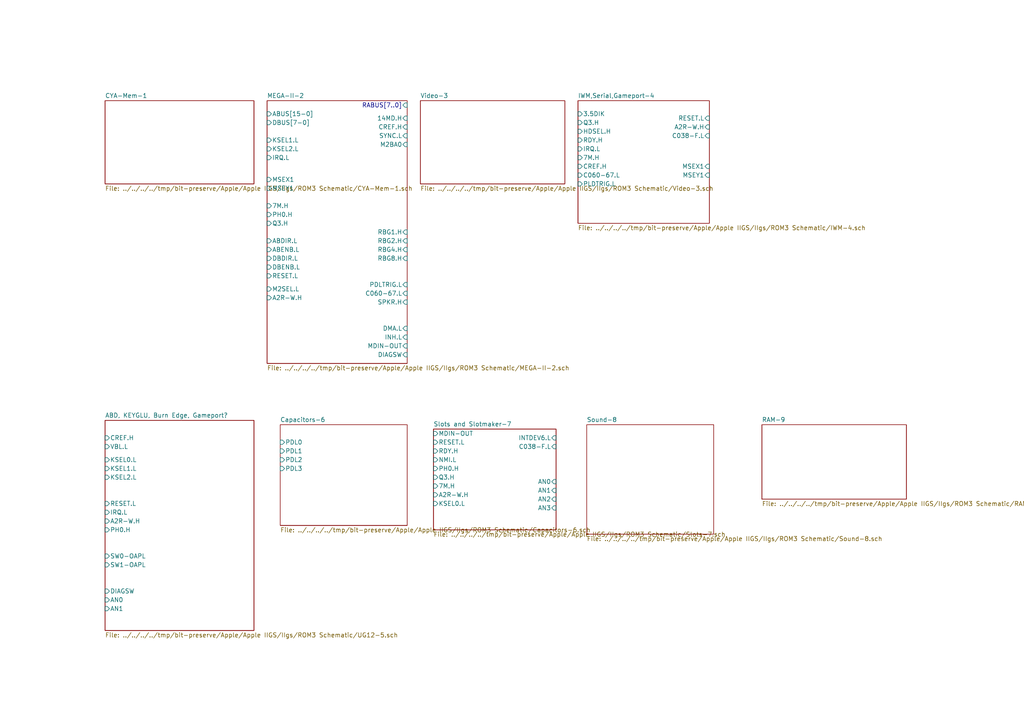
<source format=kicad_sch>
(kicad_sch (version 20230121) (generator eeschema)
  (paper "A4")
  (title_block (rev "2"))
  (lib_symbols)
  (sheet (at 30.48 29.21) (size 43.18 24.13)
    (property "Sheetname" "CYA-Mem-1" (at 30.48 28.4984 0) (effects (justify left bottom)))
    (property "Sheetfile" "../../../../tmp/bit-preserve/Apple/Apple IIGS/IIgs/ROM3 Schematic/CYA-Mem-1.sch" (at 30.48 53.9246 0) (effects (justify left top)))
  )
  (sheet (at 77.47 29.21) (size 40.64 76.2)
    (property "Sheetname" "MEGA-II-2" (at 77.47 28.4984 0) (effects (justify left bottom)))
    (property "Sheetfile" "../../../../tmp/bit-preserve/Apple/Apple IIGS/IIgs/ROM3 Schematic/MEGA-II-2.sch" (at 77.47 105.9946 0) (effects (justify left top)))
    (pin "PDLTRIG.L" input (at 118.11 82.55 0))
    (pin "C060-67.L" input (at 118.11 85.09 0))
    (pin "SPKR.H" input (at 118.11 87.63 0))
    (pin "KSEL1.L" input (at 77.47 40.64 180))
    (pin "KSEL2.L" input (at 77.47 43.18 180))
    (pin "IRQ.L" input (at 77.47 45.72 180))
    (pin "MSEX1" input (at 77.47 52.07 180))
    (pin "MSEY1" input (at 77.47 54.61 180))
    (pin "DIAGSW" input (at 118.11 102.87 0))
    (pin "RESET.L" input (at 77.47 80.01 180))
    (pin "MDIN-OUT" input (at 118.11 100.33 0))
    (pin "DMA.L" input (at 118.11 95.25 0))
    (pin "M2SEL.L" input (at 77.47 83.82 180))
    (pin "M2BA0" input (at 118.11 41.91 0))
    (pin "INH.L" input (at 118.11 97.79 0))
    (pin "A2R-W.H" input (at 77.47 86.36 180))
    (pin "SYNC.L" input (at 118.11 39.37 0))
    (pin "14MD.H" input (at 118.11 34.29 0))
    (pin "7M.H" input (at 77.47 59.69 180))
    (pin "CREF.H" input (at 118.11 36.83 0))
    (pin "Q3.H" input (at 77.47 64.77 180))
    (pin "PH0.H" input (at 77.47 62.23 180))
    (pin "RBG8.H" input (at 118.11 74.93 0))
    (pin "RBG4.H" input (at 118.11 72.39 0))
    (pin "RBG2.H" input (at 118.11 69.85 0))
    (pin "RBG1.H" input (at 118.11 67.31 0))
    (pin "ABUS[15-0]" input (at 77.47 33.02 180))
    (pin "DBUS[7-0]" input (at 77.47 35.56 180))
    (pin "ABDIR.L" input (at 77.47 69.85 180))
    (pin "ABENB.L" input (at 77.47 72.39 180))
    (pin "DBDIR.L" input (at 77.47 74.93 180))
    (pin "DBENB.L" input (at 77.47 77.47 180))
    (pin "RABUS[7..0]" input (at 118.11 30.48 0))
  )
  (sheet (at 121.92 29.21) (size 41.91 24.13)
    (property "Sheetname" "Video-3" (at 121.92 28.4984 0) (effects (justify left bottom)))
    (property "Sheetfile" "../../../../tmp/bit-preserve/Apple/Apple IIGS/IIgs/ROM3 Schematic/Video-3.sch" (at 121.92 53.9246 0) (effects (justify left top)))
  )
  (sheet (at 167.64 29.21) (size 38.1 35.56)
    (property "Sheetname" "IWM,Serial,Gameport-4" (at 167.64 28.4984 0) (effects (justify left bottom)))
    (property "Sheetfile" "../../../../tmp/bit-preserve/Apple/Apple IIGS/IIgs/ROM3 Schematic/IWM-4.sch" (at 167.64 65.3546 0) (effects (justify left top)))
    (pin "3.5DIK" input (at 167.64 33.02 180))
    (pin "Q3.H" input (at 167.64 35.56 180))
    (pin "HDSEL.H" input (at 167.64 38.1 180))
    (pin "RDY.H" input (at 167.64 40.64 180))
    (pin "IRQ.L" input (at 167.64 43.18 180))
    (pin "7M.H" input (at 167.64 45.72 180))
    (pin "CREF.H" input (at 167.64 48.26 180))
    (pin "MSEX1" input (at 205.74 48.26 0))
    (pin "MSEY1" input (at 205.74 50.8 0))
    (pin "RESET.L" input (at 205.74 34.29 0))
    (pin "A2R-W.H" input (at 205.74 36.83 0))
    (pin "C038-F.L" input (at 205.74 39.37 0))
    (pin "C060-67.L" input (at 167.64 50.8 180))
    (pin "PLDTRIG.L" input (at 167.64 53.34 180))
  )
  (sheet (at 30.48 121.92) (size 43.18 60.96)
    (property "Sheetname" "ABD, KEYGLU, Burn Edge, Gameport?" (at 30.48 121.2084 0) (effects (justify left bottom)))
    (property "Sheetfile" "../../../../tmp/bit-preserve/Apple/Apple IIGS/IIgs/ROM3 Schematic/UG12-5.sch" (at 30.48 183.4646 0) (effects (justify left top)))
    (pin "CREF.H" input (at 30.48 127 180))
    (pin "KSEL0.L" input (at 30.48 133.35 180))
    (pin "KSEL1.L" input (at 30.48 135.89 180))
    (pin "KSEL2.L" input (at 30.48 138.43 180))
    (pin "RESET.L" input (at 30.48 146.05 180))
    (pin "VBL.L" input (at 30.48 129.54 180))
    (pin "DIAGSW" input (at 30.48 171.45 180))
    (pin "AN0" input (at 30.48 173.99 180))
    (pin "AN1" input (at 30.48 176.53 180))
    (pin "IRQ.L" input (at 30.48 148.59 180))
    (pin "A2R-W.H" input (at 30.48 151.13 180))
    (pin "PH0.H" input (at 30.48 153.67 180))
    (pin "SW0-OAPL" input (at 30.48 161.29 180))
    (pin "SW1-OAPL" input (at 30.48 163.83 180))
  )
  (sheet (at 81.28 123.19) (size 36.83 29.21)
    (property "Sheetname" "Capacitors-6" (at 81.28 122.4784 0) (effects (justify left bottom)))
    (property "Sheetfile" "../../../../tmp/bit-preserve/Apple/Apple IIGS/IIgs/ROM3 Schematic/Capacitors-6.sch" (at 81.28 152.9846 0) (effects (justify left top)))
    (pin "PDL3" input (at 81.28 135.89 180))
    (pin "PDL2" input (at 81.28 133.35 180))
    (pin "PDL1" input (at 81.28 130.81 180))
    (pin "PDL0" input (at 81.28 128.27 180))
  )
  (sheet (at 125.73 124.46) (size 35.56 29.21)
    (property "Sheetname" "Slots and Slotmaker-7" (at 125.73 123.7484 0) (effects (justify left bottom)))
    (property "Sheetfile" "../../../../tmp/bit-preserve/Apple/Apple IIGS/IIgs/ROM3 Schematic/Slots-7.sch" (at 125.73 154.2546 0) (effects (justify left top)))
    (pin "RDY.H" input (at 125.73 130.81 180))
    (pin "NMI.L" input (at 125.73 133.35 180))
    (pin "PH0.H" input (at 125.73 135.89 180))
    (pin "Q3.H" input (at 125.73 138.43 180))
    (pin "7M.H" input (at 125.73 140.97 180))
    (pin "A2R-W.H" input (at 125.73 143.51 180))
    (pin "RESET.L" input (at 125.73 128.27 180))
    (pin "KSEL0.L" input (at 125.73 146.05 180))
    (pin "AN3" input (at 161.29 147.32 0))
    (pin "AN2" input (at 161.29 144.78 0))
    (pin "AN1" input (at 161.29 142.24 0))
    (pin "AN0" input (at 161.29 139.7 0))
    (pin "INTDEV6.L" input (at 161.29 127 0))
    (pin "C038-F.L" input (at 161.29 129.54 0))
    (pin "MDIN-OUT" input (at 125.73 125.73 180))
  )
  (sheet (at 170.18 123.19) (size 36.83 31.75)
    (property "Sheetname" "Sound-8" (at 170.18 122.4784 0) (effects (justify left bottom)))
    (property "Sheetfile" "../../../../tmp/bit-preserve/Apple/Apple IIGS/IIgs/ROM3 Schematic/Sound-8.sch" (at 170.18 155.5246 0) (effects (justify left top)))
  )
  (sheet (at 220.98 123.19) (size 41.91 21.59)
    (property "Sheetname" "RAM-9" (at 220.98 122.4784 0) (effects (justify left bottom)))
    (property "Sheetfile" "../../../../tmp/bit-preserve/Apple/Apple IIGS/IIgs/ROM3 Schematic/RAM-9.sch" (at 220.98 145.3646 0) (effects (justify left top)))
  )
)
</source>
